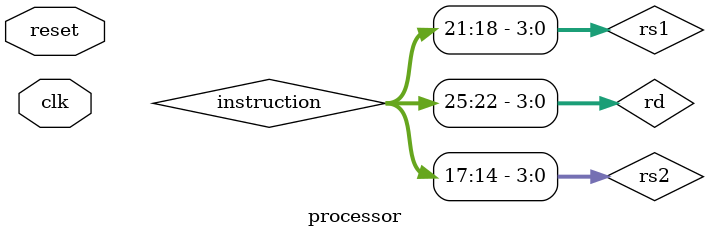
<source format=v>

module processor (
    input wire clk,
    input wire reset
);
    // Program Counter
    reg [15:0] pc;
    wire [15:0] next_pc;

    // Instruction
    wire [31:0] instruction;

    instr_mem instr_mem_inst (
        .addr(pc),
        .data_out(instruction)
    );
    // Control signals
    wire [3:0] alu_op;
    wire       alu_src,reg_write, mem_read, mem_write, mem_to_reg, branch, jump;
    control_unit cu (
        .instruction(instruction),
        .alu_op(alu_op),
        .alu_src(alu_src),
        .reg_write(reg_write),
        .mem_read(mem_read),
        .mem_write(mem_write),
        .mem_to_reg(mem_to_reg),
        .branch(branch),
        .jump(jump)
    );

    // Register File
    wire [3:0] rd = instruction[25:22];
    wire [3:0] rs1 = instruction[21:18];
    wire [3:0] rs2 = instruction[17:14];
    wire [15:0] write_data, rf_out1, rf_out2;
    register_file rf (
        .clk(clk),
        .reset(reset),
        .read_addr1(rs1),
        .read_addr2(rs2),
        .write_addr(rd),
        .write_data(write_data),
        .write_enable(reg_write),
        .read_data1(rf_out1),
        .read_data2(rf_out2)
    );

    //Immediate generator
    wire[15:0] imm;
    imm_gen ig(
        .instruction(instruction),
        .imm_out(imm)
    );

    // ALU
    wire [15:0] alu_b = alu_src ? imm : rf_out2; 
    wire [15:0] alu_result;
    wire        zero_flag;
    alu alu_inst (
        .a(rf_out1),
        .b(alu_b),
        .opcode(alu_op),
        .result(alu_result),
        .zero(zero_flag)
    );

    // Data Memory
    wire [15:0] mem_data;
    memory data_mem (
        .clk(clk),
        .addr(alu_result),
        .data_in(rf_out2),
        .we(mem_write),
        .data_out(mem_data)
    );

    // Write-back mux
    assign write_data = mem_to_reg ? mem_data : alu_result;

    // PC update logic
    pc_update pcupd (
        .pc(pc),
        .imm(imm),
        .zero(zero_flag),
        .branch(branch),
        .jump(jump),
        .instruction(instruction),
        .target_address(alu_result),
        .next_pc(next_pc)
    );

    // PC Register
    always @(posedge clk or posedge reset) begin
        if (reset)
            pc <= 16'h0000;
        else
            pc <= next_pc;
    end

endmodule

</source>
